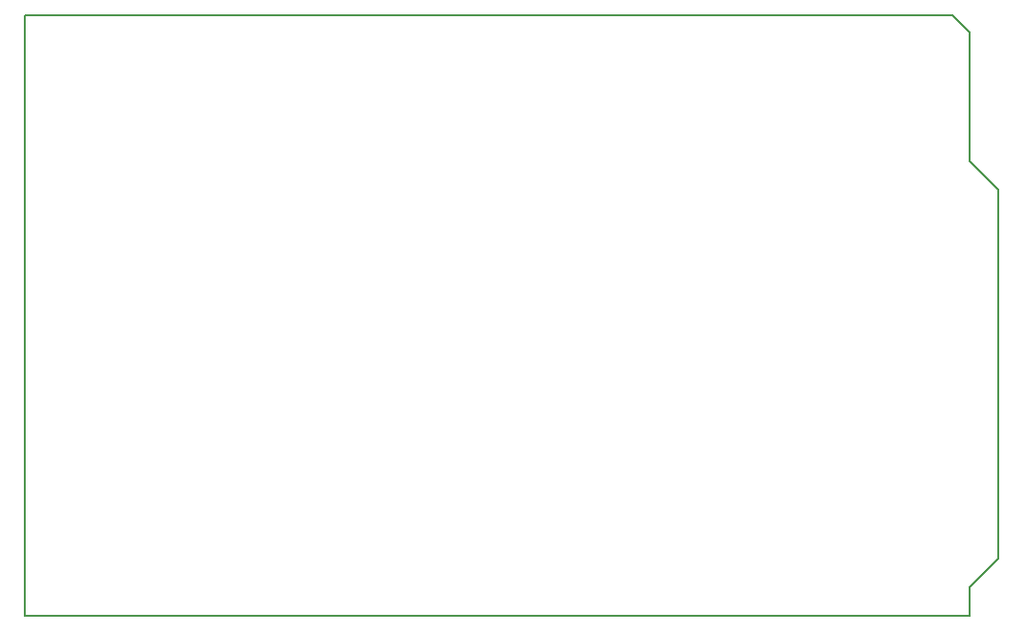
<source format=gm1>
G04 #@! TF.GenerationSoftware,KiCad,Pcbnew,(5.1.2)-2*
G04 #@! TF.CreationDate,2020-03-09T18:48:08+09:00*
G04 #@! TF.ProjectId,simpleRTK2BpiHAT,73696d70-6c65-4525-944b-324270694841,rev?*
G04 #@! TF.SameCoordinates,PX69db1f0PY7882d48*
G04 #@! TF.FileFunction,Profile,NP*
%FSLAX46Y46*%
G04 Gerber Fmt 4.6, Leading zero omitted, Abs format (unit mm)*
G04 Created by KiCad (PCBNEW (5.1.2)-2) date 2020-03-09 18:48:08*
%MOMM*%
%LPD*%
G04 APERTURE LIST*
%ADD10C,0.150000*%
G04 APERTURE END LIST*
D10*
X-17780000Y0D02*
X0Y0D01*
X0Y53340000D02*
X-17780000Y53340000D01*
X66040000Y51816000D02*
X64516000Y53340000D01*
X66040000Y40386000D02*
X66040000Y51816000D01*
X68580000Y37846000D02*
X66040000Y40386000D01*
X68580000Y5080000D02*
X68580000Y37846000D01*
X66040000Y2540000D02*
X68580000Y5080000D01*
X66040000Y0D02*
X66040000Y2540000D01*
X0Y0D02*
X66040000Y0D01*
X-17780000Y53340000D02*
X-17780000Y0D01*
X64516000Y53340000D02*
X0Y53340000D01*
M02*

</source>
